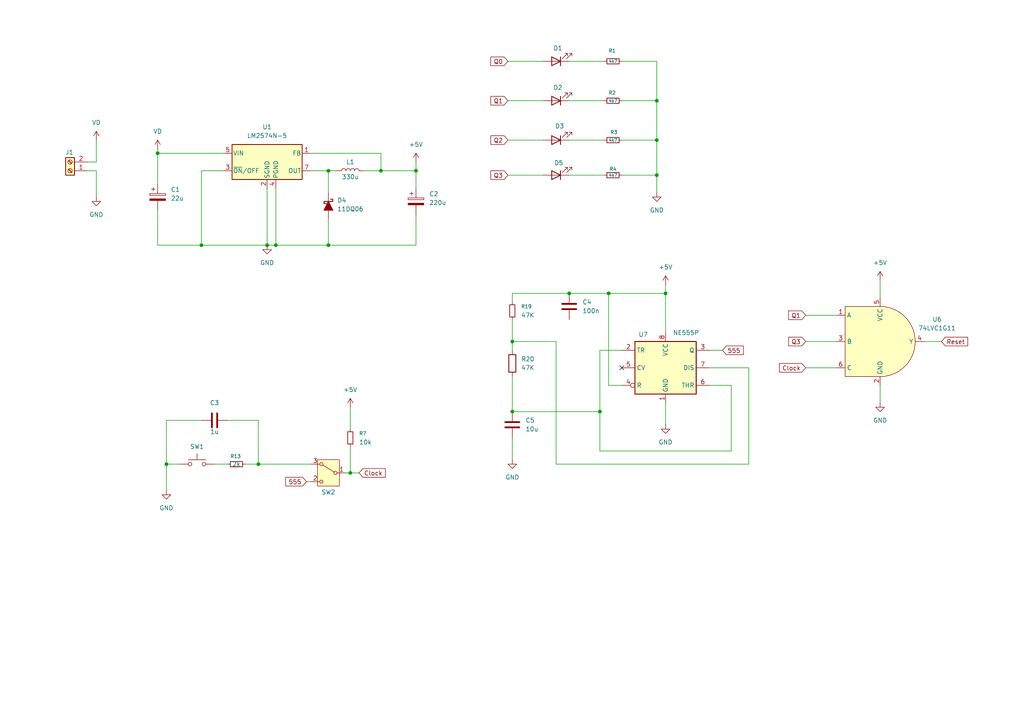
<source format=kicad_sch>
(kicad_sch (version 20250114) (generator "eeschema") (generator_version "9.0")
  (paper "A4")
  (title_block (title "BCD brojač") (date "2025-10-21") (rev "0") (company "TVZ - Tehničko veleučilište u Zagrebu") (comment 1 "Izradio: Adrian Pavlović"))
  (lib_symbols
    (symbol "Connector:Screw_Terminal_01x02" (pin_names (offset 1.016) (hide yes))
      (property "Reference" "J" (at 0 2.54 0))
      (property "Value" "Screw_Terminal_01x02" (at 0 -5.08 0))
      (symbol "Screw_Terminal_01x02_1_1"
        (rectangle (start -1.27 1.27) (end 1.27 -3.81) (stroke (width 0.254)) (fill (type background)))
        (polyline (pts (xy -0.5334 0.3302) (xy 0.3302 -0.508)) (stroke (width 0.1524)))
        (polyline (pts (xy -0.5334 -2.2098) (xy 0.3302 -3.048)) (stroke (width 0.1524)))
        (polyline (pts (xy -0.3556 0.508) (xy 0.508 -0.3302)) (stroke (width 0.1524)))
        (polyline (pts (xy -0.3556 -2.032) (xy 0.508 -2.8702)) (stroke (width 0.1524)))
        (circle (center 0 0) (radius 0.635) (stroke (width 0.1524)))
        (circle (center 0 -2.54) (radius 0.635) (stroke (width 0.1524)))
        (pin passive line (at -5.08 0 0) (length 3.81) (name "Pin_1") (number "1"))
        (pin passive line (at -5.08 -2.54 0) (length 3.81) (name "Pin_2") (number "2"))
      )
    )
    (symbol "Device:C" (pin_numbers (hide yes)) (pin_names (offset 0.254))
      (property "Reference" "C" (at 0.635 2.54 0))
      (property "Value" "C" (at 0.635 -2.54 0))
      (symbol "C_0_1"
        (polyline (pts (xy -2.032 0.762) (xy 2.032 0.762)) (stroke (width 0.508)))
        (polyline (pts (xy -2.032 -0.762) (xy 2.032 -0.762)) (stroke (width 0.508)))
      )
      (symbol "C_1_1"
        (pin passive line (at 0 3.81 270) (length 2.794) (name "~") (number "1"))
        (pin passive line (at 0 -3.81 90) (length 2.794) (name "~") (number "2"))
      )
    )
    (symbol "Device:C_Polarized" (pin_numbers (hide yes)) (pin_names (offset 0.254))
      (property "Reference" "C" (at 0.635 2.54 0))
      (property "Value" "C_Polarized" (at 0.635 -2.54 0))
      (symbol "C_Polarized_0_1"
        (rectangle (start -2.286 0.508) (end 2.286 1.016))
        (polyline (pts (xy -1.778 2.286) (xy -0.762 2.286)))
        (polyline (pts (xy -1.27 2.794) (xy -1.27 1.778)))
        (rectangle (start 2.286 -0.508) (end -2.286 -1.016) (fill (type outline)))
      )
      (symbol "C_Polarized_1_1"
        (pin passive line (at 0 3.81 270) (length 2.794) (name "~") (number "1"))
        (pin passive line (at 0 -3.81 90) (length 2.794) (name "~") (number "2"))
      )
    )
    (symbol "Device:D_Schottky_Filled" (pin_numbers (hide yes)) (pin_names (offset 1.016) (hide yes))
      (property "Reference" "D" (at 0 2.54 0))
      (property "Value" "D_Schottky_Filled" (at 0 -2.54 0))
      (symbol "D_Schottky_Filled_0_1"
        (polyline (pts (xy -1.905 0.635) (xy -1.905 1.27) (xy -1.27 1.27) (xy -1.27 -1.27) (xy -0.635 -1.27) (xy -0.635 -0.635)) (stroke (width 0.254)))
        (polyline (pts (xy 1.27 1.27) (xy 1.27 -1.27) (xy -1.27 0) (xy 1.27 1.27)) (stroke (width 0.254)) (fill (type outline)))
        (polyline (pts (xy 1.27 0) (xy -1.27 0)))
      )
      (symbol "D_Schottky_Filled_1_1"
        (pin passive line (at -3.81 0 0) (length 2.54) (name "K") (number "1"))
        (pin passive line (at 3.81 0 180) (length 2.54) (name "A") (number "2"))
      )
    )
    (symbol "Device:L" (pin_numbers (hide yes)) (pin_names (offset 1.016) (hide yes))
      (property "Reference" "L" (at -1.27 0 90))
      (property "Value" "L" (at 1.905 0 90))
      (symbol "L_0_1"
        (arc (start 0 2.54) (mid 0.6323 1.905) (end 0 1.27))
        (arc (start 0 1.27) (mid 0.6323 0.635) (end 0 0))
        (arc (start 0 0) (mid 0.6323 -0.635) (end 0 -1.27))
        (arc (start 0 -1.27) (mid 0.6323 -1.905) (end 0 -2.54))
      )
      (symbol "L_1_1"
        (pin passive line (at 0 3.81 270) (length 1.27) (name "1") (number "1"))
        (pin passive line (at 0 -3.81 90) (length 1.27) (name "2") (number "2"))
      )
    )
    (symbol "Device:LED" (pin_numbers (hide yes)) (pin_names (offset 1.016) (hide yes))
      (property "Reference" "D" (at 0 2.54 0))
      (property "Value" "LED" (at 0 -2.54 0))
      (symbol "LED_0_1"
        (polyline (pts (xy -3.048 -0.762) (xy -4.572 -2.286) (xy -3.81 -2.286) (xy -4.572 -2.286) (xy -4.572 -1.524)))
        (polyline (pts (xy -1.778 -0.762) (xy -3.302 -2.286) (xy -2.54 -2.286) (xy -3.302 -2.286) (xy -3.302 -1.524)))
        (polyline (pts (xy -1.27 0) (xy 1.27 0)))
        (polyline (pts (xy -1.27 -1.27) (xy -1.27 1.27)) (stroke (width 0.254)))
        (polyline (pts (xy 1.27 -1.27) (xy 1.27 1.27) (xy -1.27 0) (xy 1.27 -1.27)) (stroke (width 0.254)))
      )
      (symbol "LED_1_1"
        (pin passive line (at -3.81 0 0) (length 2.54) (name "K") (number "1"))
        (pin passive line (at 3.81 0 180) (length 2.54) (name "A") (number "2"))
      )
    )
    (symbol "Device:R" (pin_numbers (hide yes)) (pin_names (offset 0))
      (property "Reference" "R" (at 2.032 0 90))
      (property "Value" "R" (at 0 0 90))
      (symbol "R_0_1"
        (rectangle (start -1.016 -2.54) (end 1.016 2.54) (stroke (width 0.254)))
      )
      (symbol "R_1_1"
        (pin passive line (at 0 3.81 270) (length 1.27) (name "~") (number "1"))
        (pin passive line (at 0 -3.81 90) (length 1.27) (name "~") (number "2"))
      )
    )
    (symbol "Device:R_Small" (pin_numbers (hide yes)) (pin_names (offset 0.254) (hide yes))
      (property "Reference" "R" (at 0 0 90))
      (property "Value" "R_Small" (at 1.778 0 90))
      (symbol "R_Small_0_1"
        (rectangle (start -0.762 1.778) (end 0.762 -1.778) (stroke (width 0.2032)))
      )
      (symbol "R_Small_1_1"
        (pin passive line (at 0 2.54 270) (length 0.762) (name "~") (number "1"))
        (pin passive line (at 0 -2.54 90) (length 0.762) (name "~") (number "2"))
      )
    )
    (symbol "Regulator_Switching:LM2574N-5" (pin_names (offset 0.254))
      (property "Reference" "U" (at -10.16 6.35 0))
      (property "Value" "LM2574N-5" (at 0 6.35 0))
      (symbol "LM2574N-5_0_1"
        (rectangle (start -10.16 5.08) (end 10.16 -5.08) (stroke (width 0.254)) (fill (type background)))
      )
      (symbol "LM2574N-5_1_1"
        (pin power_in line (at -12.7 2.54 0) (length 2.54) (name "VIN") (number "5"))
        (pin input line (at -12.7 -2.54 0) (length 2.54) (name "~{ON}/OFF") (number "3"))
        (pin no_connect line (at -10.16 0 0) (length 2.54) (hide yes) (name "NC") (number "6"))
        (pin power_in line (at 0 -7.62 90) (length 2.54) (name "SGND") (number "2"))
        (pin power_in line (at 2.54 -7.62 90) (length 2.54) (name "PGND") (number "4"))
        (pin no_connect line (at 10.16 0 180) (length 2.54) (hide yes) (name "NC") (number "8"))
        (pin input line (at 12.7 2.54 180) (length 2.54) (name "FB") (number "1"))
        (pin output line (at 12.7 -2.54 180) (length 2.54) (name "OUT") (number "7"))
      )
    )
    (symbol "SN74LVC1G11:SN74LVC1G11"
      (property "Reference" "U?" (at 7.62 10.16 0))
      (symbol "SN74LVC1G11_1_1"
        (polyline (pts (xy 0 10.16) (xy -10.16 10.16) (xy -10.16 -10.16) (xy 0 -10.16)) (fill (type background)))
        (arc (start 0 10.16) (mid 10.16 0) (end 0 -10.16) (fill (type background)))
        (pin input line (at -12.7 7.62 0) (length 2.54) (name "A") (number "1"))
        (pin input line (at -12.7 0 0) (length 2.54) (name "B") (number "3"))
        (pin input line (at -12.7 -7.62 0) (length 2.54) (name "C") (number "6"))
        (pin power_in line (at 0 12.7 270) (length 2.54) (name "VCC") (number "5"))
        (pin power_out line (at 0 -12.7 90) (length 2.54) (name "GND") (number "2"))
        (pin output line (at 12.7 0 180) (length 2.54) (name "Y") (number "4"))
      )
    )
    (symbol "Switch:SW_Push" (pin_numbers (hide yes)) (pin_names (offset 1.016) (hide yes))
      (property "Reference" "SW" (at 1.27 2.54 0))
      (property "Value" "SW_Push" (at 0 -1.524 0))
      (symbol "SW_Push_0_1"
        (circle (center -2.032 0) (radius 0.508))
        (polyline (pts (xy 0 1.27) (xy 0 3.048)))
        (circle (center 2.032 0) (radius 0.508))
        (polyline (pts (xy 2.54 1.27) (xy -2.54 1.27)))
        (pin passive line (at -5.08 0 0) (length 2.54) (name "1") (number "1"))
        (pin passive line (at 5.08 0 180) (length 2.54) (name "2") (number "2"))
      )
    )
    (symbol "Switch:SW_SPDT_312" (pin_names (offset 1) (hide yes))
      (property "Reference" "SW" (at 0 5.08 0))
      (property "Value" "SW_SPDT_312" (at 0 -5.08 0))
      (symbol "SW_SPDT_312_0_1"
        (circle (center -2.032 0) (radius 0.4572))
        (polyline (pts (xy -1.651 0.254) (xy 1.651 2.286)))
        (circle (center 2.032 2.54) (radius 0.4572))
        (circle (center 2.032 -2.54) (radius 0.4572))
      )
      (symbol "SW_SPDT_312_1_1"
        (rectangle (start -3.175 3.81) (end 3.175 -3.81) (fill (type background)))
        (pin passive line (at -5.08 0 0) (length 2.54) (name "B") (number "1"))
        (pin passive line (at 5.08 2.54 180) (length 2.54) (name "A") (number "3"))
        (pin passive line (at 5.08 -2.54 180) (length 2.54) (name "C") (number "2"))
      )
    )
    (symbol "Timer:NE555P"
      (property "Reference" "U" (at -10.16 8.89 0))
      (property "Value" "NE555P" (at 2.54 8.89 0))
      (symbol "NE555P_0_0"
        (pin power_in line (at 0 10.16 270) (length 2.54) (name "VCC") (number "8"))
        (pin power_in line (at 0 -10.16 90) (length 2.54) (name "GND") (number "1"))
      )
      (symbol "NE555P_0_1"
        (rectangle (start -8.89 -7.62) (end 8.89 7.62) (stroke (width 0.254)) (fill (type background)))
        (rectangle (start -8.89 -7.62) (end 8.89 7.62) (stroke (width 0.254)) (fill (type background)))
      )
      (symbol "NE555P_1_1"
        (pin input line (at -12.7 5.08 0) (length 3.81) (name "TR") (number "2"))
        (pin input line (at -12.7 0 0) (length 3.81) (name "CV") (number "5"))
        (pin input inverted (at -12.7 -5.08 0) (length 3.81) (name "R") (number "4"))
        (pin output line (at 12.7 5.08 180) (length 3.81) (name "Q") (number "3"))
        (pin input line (at 12.7 0 180) (length 3.81) (name "DIS") (number "7"))
        (pin input line (at 12.7 -5.08 180) (length 3.81) (name "THR") (number "6"))
      )
    )
    (symbol "power:+5V" (power) (pin_numbers (hide yes)) (pin_names (offset 0) (hide yes))
      (property "Value" "+5V" (at 0 3.556 0))
      (symbol "+5V_0_1"
        (polyline (pts (xy -0.762 1.27) (xy 0 2.54)))
        (polyline (pts (xy 0 2.54) (xy 0.762 1.27)))
        (polyline (pts (xy 0 0) (xy 0 2.54)))
      )
      (symbol "+5V_1_1"
        (pin power_in line (at 0 0 90) (length 0) (name "~") (number "1"))
      )
    )
    (symbol "power:GND" (power) (pin_numbers (hide yes)) (pin_names (offset 0) (hide yes))
      (property "Value" "GND" (at 0 -3.81 0))
      (symbol "GND_0_1"
        (polyline (pts (xy 0 0) (xy 0 -1.27) (xy 1.27 -1.27) (xy 0 -2.54) (xy -1.27 -1.27) (xy 0 -1.27)))
      )
      (symbol "GND_1_1"
        (pin power_in line (at 0 0 270) (length 0) (name "~") (number "1"))
      )
    )
    (symbol "power:VD" (power) (pin_numbers (hide yes)) (pin_names (offset 0) (hide yes))
      (property "Value" "VD" (at 0 3.556 0))
      (symbol "VD_0_1"
        (polyline (pts (xy -0.762 1.27) (xy 0 2.54)))
        (polyline (pts (xy 0 2.54) (xy 0.762 1.27)))
        (polyline (pts (xy 0 0) (xy 0 2.54)))
      )
      (symbol "VD_1_1"
        (pin power_in line (at 0 0 90) (length 0) (name "~") (number "1"))
      )
    )
  )
  (junction (at 173.99 119.38))
  (junction (at 101.6 137.16))
  (junction (at 193.04 85.09))
  (junction (at 190.5 40.64))
  (junction (at 176.53 85.09))
  (junction (at 95.25 71.12))
  (junction (at 95.25 49.53))
  (junction (at 48.26 134.62))
  (junction (at 148.59 99.06))
  (junction (at 165.1 85.09))
  (junction (at 45.72 44.45))
  (junction (at 77.47 71.12))
  (junction (at 190.5 29.21))
  (junction (at 148.59 119.38))
  (junction (at 80.01 71.12))
  (junction (at 58.42 71.12))
  (junction (at 190.5 50.8))
  (junction (at 110.49 49.53))
  (junction (at 74.93 134.62))
  (junction (at 120.65 49.53))
  (no_connect (at 180.34 106.68))
  (wire (pts (xy 147.32 40.64) (xy 157.48 40.64)))
  (wire (pts (xy 58.42 49.53) (xy 64.77 49.53)))
  (wire (pts (xy 205.74 106.68) (xy 217.17 106.68)))
  (wire (pts (xy 193.04 85.09) (xy 193.04 96.52)))
  (wire (pts (xy 45.72 44.45) (xy 45.72 53.34)))
  (wire (pts (xy 255.27 81.28) (xy 255.27 86.36)))
  (wire (pts (xy 176.53 85.09) (xy 193.04 85.09)))
  (wire (pts (xy 148.59 92.71) (xy 148.59 99.06)))
  (wire (pts (xy 120.65 49.53) (xy 120.65 54.61)))
  (wire (pts (xy 80.01 54.61) (xy 80.01 71.12)))
  (wire (pts (xy 90.17 49.53) (xy 95.25 49.53)))
  (wire (pts (xy 190.5 50.8) (xy 190.5 55.88)))
  (wire (pts (xy 101.6 137.16) (xy 104.14 137.16)))
  (wire (pts (xy 205.74 111.76) (xy 212.09 111.76)))
  (wire (pts (xy 27.94 49.53) (xy 25.4 49.53)))
  (wire (pts (xy 173.99 101.6) (xy 180.34 101.6)))
  (wire (pts (xy 74.93 121.92) (xy 74.93 134.62)))
  (wire (pts (xy 147.32 29.21) (xy 157.48 29.21)))
  (wire (pts (xy 173.99 119.38) (xy 173.99 101.6)))
  (wire (pts (xy 148.59 87.63) (xy 148.59 85.09)))
  (wire (pts (xy 190.5 40.64) (xy 190.5 50.8)))
  (wire (pts (xy 120.65 46.99) (xy 120.65 49.53)))
  (wire (pts (xy 267.97 99.06) (xy 273.05 99.06)))
  (wire (pts (xy 161.29 99.06) (xy 161.29 134.62)))
  (wire (pts (xy 255.27 111.76) (xy 255.27 116.84)))
  (wire (pts (xy 148.59 127) (xy 148.59 133.35)))
  (wire (pts (xy 180.34 50.8) (xy 190.5 50.8)))
  (wire (pts (xy 101.6 118.11) (xy 101.6 124.46)))
  (wire (pts (xy 120.65 62.23) (xy 120.65 71.12)))
  (wire (pts (xy 147.32 17.78) (xy 157.48 17.78)))
  (wire (pts (xy 148.59 119.38) (xy 173.99 119.38)))
  (wire (pts (xy 101.6 129.54) (xy 101.6 137.16)))
  (wire (pts (xy 233.68 106.68) (xy 242.57 106.68)))
  (wire (pts (xy 148.59 99.06) (xy 148.59 101.6)))
  (wire (pts (xy 27.94 57.15) (xy 27.94 49.53)))
  (wire (pts (xy 95.25 49.53) (xy 97.79 49.53)))
  (wire (pts (xy 190.5 17.78) (xy 190.5 29.21)))
  (wire (pts (xy 165.1 29.21) (xy 175.26 29.21)))
  (wire (pts (xy 110.49 44.45) (xy 110.49 49.53)))
  (wire (pts (xy 58.42 121.92) (xy 48.26 121.92)))
  (wire (pts (xy 190.5 29.21) (xy 190.5 40.64)))
  (wire (pts (xy 71.12 134.62) (xy 74.93 134.62)))
  (wire (pts (xy 180.34 40.64) (xy 190.5 40.64)))
  (wire (pts (xy 110.49 49.53) (xy 105.41 49.53)))
  (wire (pts (xy 180.34 17.78) (xy 190.5 17.78)))
  (wire (pts (xy 77.47 54.61) (xy 77.47 71.12)))
  (wire (pts (xy 48.26 142.24) (xy 48.26 134.62)))
  (wire (pts (xy 62.23 134.62) (xy 66.04 134.62)))
  (wire (pts (xy 88.9 139.7) (xy 90.17 139.7)))
  (wire (pts (xy 233.68 99.06) (xy 242.57 99.06)))
  (wire (pts (xy 58.42 71.12) (xy 45.72 71.12)))
  (wire (pts (xy 45.72 60.96) (xy 45.72 71.12)))
  (wire (pts (xy 95.25 71.12) (xy 80.01 71.12)))
  (wire (pts (xy 173.99 130.81) (xy 173.99 119.38)))
  (wire (pts (xy 27.94 40.64) (xy 27.94 46.99)))
  (wire (pts (xy 95.25 71.12) (xy 120.65 71.12)))
  (wire (pts (xy 95.25 49.53) (xy 95.25 55.88)))
  (wire (pts (xy 217.17 134.62) (xy 217.17 106.68)))
  (wire (pts (xy 148.59 109.22) (xy 148.59 119.38)))
  (wire (pts (xy 165.1 40.64) (xy 175.26 40.64)))
  (wire (pts (xy 165.1 17.78) (xy 175.26 17.78)))
  (wire (pts (xy 165.1 50.8) (xy 175.26 50.8)))
  (wire (pts (xy 148.59 99.06) (xy 161.29 99.06)))
  (wire (pts (xy 161.29 134.62) (xy 217.17 134.62)))
  (wire (pts (xy 66.04 121.92) (xy 74.93 121.92)))
  (wire (pts (xy 90.17 44.45) (xy 110.49 44.45)))
  (wire (pts (xy 48.26 121.92) (xy 48.26 134.62)))
  (wire (pts (xy 193.04 82.55) (xy 193.04 85.09)))
  (wire (pts (xy 205.74 101.6) (xy 209.55 101.6)))
  (wire (pts (xy 212.09 111.76) (xy 212.09 130.81)))
  (wire (pts (xy 180.34 29.21) (xy 190.5 29.21)))
  (wire (pts (xy 147.32 50.8) (xy 157.48 50.8)))
  (wire (pts (xy 48.26 134.62) (xy 52.07 134.62)))
  (wire (pts (xy 45.72 44.45) (xy 45.72 43.18)))
  (wire (pts (xy 193.04 116.84) (xy 193.04 123.19)))
  (wire (pts (xy 58.42 71.12) (xy 77.47 71.12)))
  (wire (pts (xy 165.1 85.09) (xy 176.53 85.09)))
  (wire (pts (xy 95.25 63.5) (xy 95.25 71.12)))
  (wire (pts (xy 74.93 134.62) (xy 90.17 134.62)))
  (wire (pts (xy 212.09 130.81) (xy 173.99 130.81)))
  (wire (pts (xy 180.34 111.76) (xy 176.53 111.76)))
  (wire (pts (xy 120.65 49.53) (xy 110.49 49.53)))
  (wire (pts (xy 100.33 137.16) (xy 101.6 137.16)))
  (wire (pts (xy 77.47 71.12) (xy 80.01 71.12)))
  (wire (pts (xy 64.77 44.45) (xy 45.72 44.45)))
  (wire (pts (xy 27.94 46.99) (xy 25.4 46.99)))
  (wire (pts (xy 148.59 85.09) (xy 165.1 85.09)))
  (wire (pts (xy 176.53 85.09) (xy 176.53 111.76)))
  (wire (pts (xy 233.68 91.44) (xy 242.57 91.44)))
  (wire (pts (xy 58.42 71.12) (xy 58.42 49.53)))
  (global_label "Clock" (shape input) (at 233.68 106.68 180) (property "Intersheetrefs" "${INTERSHEET_REFS}" (effects (hide yes))))
  (global_label "Q0" (shape input) (at 147.32 17.78 180) (property "Intersheetrefs" "${INTERSHEET_REFS}" (effects (hide yes))))
  (global_label "Q3" (shape input) (at 147.32 50.8 180) (property "Intersheetrefs" "${INTERSHEET_REFS}" (effects (hide yes))))
  (global_label "555" (shape input) (at 88.9 139.7 180) (property "Intersheetrefs" "${INTERSHEET_REFS}" (effects (hide yes))))
  (global_label "Clock" (shape input) (at 104.14 137.16 0) (property "Intersheetrefs" "${INTERSHEET_REFS}" (effects (hide yes))))
  (global_label "555" (shape input) (at 209.55 101.6 0) (property "Intersheetrefs" "${INTERSHEET_REFS}" (effects (hide yes))))
  (global_label "Q3" (shape input) (at 233.68 99.06 180) (property "Intersheetrefs" "${INTERSHEET_REFS}" (effects (hide yes))))
  (global_label "Q1" (shape input) (at 233.68 91.44 180) (property "Intersheetrefs" "${INTERSHEET_REFS}" (effects (hide yes))))
  (global_label "Q1" (shape input) (at 147.32 29.21 180) (property "Intersheetrefs" "${INTERSHEET_REFS}" (effects (hide yes))))
  (global_label "Q2" (shape input) (at 147.32 40.64 180) (property "Intersheetrefs" "${INTERSHEET_REFS}" (effects (hide yes))))
  (global_label "Reset" (shape input) (at 273.05 99.06 0) (property "Intersheetrefs" "${INTERSHEET_REFS}" (effects (hide yes))))
  (symbol (lib_id "Device:R_Small") (at 177.8 50.8 90) (unit 1)
    (property "Reference" "R4" (at 177.8 49.022 90) (effects (font (size 1.016 1.016))))
    (property "Value" "4k7" (at 177.8 50.8 90) (effects (font (size 0.889 0.889))))
    (property "Description" "Resistor, small symbol" (effects (hide yes)))
  )
  (symbol (lib_id "Timer:NE555P") (at 193.04 106.68 0) (unit 1)
    (property "Reference" "U7" (at 185.166 97.028 0) (effects (justify left)))
    (property "Value" "NE555P" (at 195.1833 96.52 0) (effects (justify left)))
    (property "Footprint" "Package_DIP:DIP-8_W7.62mm" (effects (hide yes)))
    (property "Datasheet" "http://www.ti.com/lit/ds/symlink/ne555.pdf" (effects (hide yes)))
    (property "Description" "Precision Timers, 555 compatible,  PDIP-8" (effects (hide yes)))
  )
  (symbol (lib_id "power:+5V") (at 120.65 46.99 0) (unit 1)
    (property "Reference" "#PWR06" (effects (hide yes)))
    (property "Value" "+5V" (at 120.65 41.91 0))
    (property "Description" "Power symbol creates a global label with name \"+5V\"" (effects (hide yes)))
  )
  (symbol (lib_id "Device:LED") (at 161.29 17.78 180) (unit 1)
    (property "Reference" "D1" (at 161.798 13.97 0))
    (property "Value" "LED" (effects (hide yes)))
    (property "Description" "Light emitting diode" (effects (hide yes)))
    (property "Sim.Pins" "1=K 2=A" (effects (hide yes)))
  )
  (symbol (lib_id "Device:C") (at 165.1 88.9 0) (unit 1)
    (property "Reference" "C4" (at 168.91 87.6299 0) (effects (justify left)))
    (property "Value" "100n" (at 168.91 90.1699 0) (effects (justify left)))
    (property "Description" "Unpolarized capacitor" (effects (hide yes)))
  )
  (symbol (lib_id "Device:R_Small") (at 177.8 29.21 90) (unit 1)
    (property "Reference" "R2" (at 177.546 26.924 90) (effects (font (size 1.016 1.016))))
    (property "Value" "4k7" (at 177.8 29.21 90) (effects (font (size 0.889 0.889))))
    (property "Description" "Resistor, small symbol" (effects (hide yes)))
  )
  (symbol (lib_id "Switch:SW_SPDT_312") (at 95.25 137.16 0) (mirror y) (unit 1)
    (property "Reference" "SW2" (at 95.25 142.748 0))
    (property "Value" "SW_SPDT_312" (effects (hide yes)))
    (property "Description" "Switch, single pole double throw" (effects (hide yes)))
  )
  (symbol (lib_id "power:+5V") (at 101.6 118.11 0) (unit 1)
    (property "Reference" "#PWR014" (effects (hide yes)))
    (property "Value" "+5V" (at 101.6 113.03 0))
    (property "Description" "Power symbol creates a global label with name \"+5V\"" (effects (hide yes)))
  )
  (symbol (lib_id "Regulator_Switching:LM2574N-5") (at 77.47 46.99 0) (unit 1)
    (property "Reference" "U1" (at 77.47 36.83 0))
    (property "Value" "LM2574N-5" (at 77.47 39.37 0))
    (property "Footprint" "Package_DIP:DIP-8_W7.62mm" (effects (hide yes)))
    (property "Datasheet" "http://www.national.com/ds/LM/LM2574.pdf" (effects (hide yes)))
    (property "Description" "5V, 0.5A SIMPLE SWITCHER® Step-Down Voltage Regulator, DIP-8" (effects (hide yes)))
  )
  (symbol (lib_id "Device:R_Small") (at 148.59 90.17 0) (unit 1)
    (property "Reference" "R19" (at 151.13 88.8999 0) (effects (font (size 1.016 1.016)) (justify left)))
    (property "Value" "47K" (at 151.13 91.4399 0) (effects (justify left)))
    (property "Description" "Resistor, small symbol" (effects (hide yes)))
  )
  (symbol (lib_id "power:GND") (at 148.59 133.35 0) (unit 1)
    (property "Reference" "#PWR03" (effects (hide yes)))
    (property "Value" "GND" (at 148.59 138.43 0))
    (property "Description" "Power symbol creates a global label with name \"GND\" , ground" (effects (hide yes)))
  )
  (symbol (lib_id "Device:LED") (at 161.29 50.8 180) (unit 1)
    (property "Reference" "D5" (at 162.052 47.244 0))
    (property "Value" "LED" (effects (hide yes)))
    (property "Description" "Light emitting diode" (effects (hide yes)))
    (property "Sim.Pins" "1=K 2=A" (effects (hide yes)))
  )
  (symbol (lib_id "power:GND") (at 193.04 123.19 0) (unit 1)
    (property "Reference" "#PWR01" (effects (hide yes)))
    (property "Value" "GND" (at 193.04 128.27 0))
    (property "Description" "Power symbol creates a global label with name \"GND\" , ground" (effects (hide yes)))
  )
  (symbol (lib_id "Device:LED") (at 161.29 29.21 180) (unit 1)
    (property "Reference" "D2" (at 161.798 25.4 0))
    (property "Value" "LED" (effects (hide yes)))
    (property "Description" "Light emitting diode" (effects (hide yes)))
    (property "Sim.Pins" "1=K 2=A" (effects (hide yes)))
  )
  (symbol (lib_id "Device:LED") (at 161.29 40.64 180) (unit 1)
    (property "Reference" "D3" (at 162.306 36.576 0))
    (property "Value" "LED" (effects (hide yes)))
    (property "Description" "Light emitting diode" (effects (hide yes)))
    (property "Sim.Pins" "1=K 2=A" (effects (hide yes)))
  )
  (symbol (lib_id "power:GND") (at 190.5 55.88 0) (unit 1)
    (property "Reference" "#PWR011" (effects (hide yes)))
    (property "Value" "GND" (at 190.5 60.96 0))
    (property "Description" "Power symbol creates a global label with name \"GND\" , ground" (effects (hide yes)))
  )
  (symbol (lib_id "Device:C") (at 148.59 123.19 0) (unit 1)
    (property "Reference" "C5" (at 152.4 121.9199 0) (effects (justify left)))
    (property "Value" "10u" (at 152.4 124.4599 0) (effects (justify left)))
    (property "Description" "Unpolarized capacitor" (effects (hide yes)))
  )
  (symbol (lib_id "Device:R_Small") (at 101.6 127 0) (unit 1)
    (property "Reference" "R7" (at 104.14 125.7299 0) (effects (font (size 1.016 1.016)) (justify left)))
    (property "Value" "10k" (at 104.14 128.2699 0) (effects (justify left)))
    (property "Description" "Resistor, small symbol" (effects (hide yes)))
  )
  (symbol (lib_id "Device:C_Polarized") (at 120.65 58.42 0) (unit 1)
    (property "Reference" "C2" (at 124.46 56.2609 0) (effects (justify left)))
    (property "Value" "220u" (at 124.46 58.8009 0) (effects (justify left)))
    (property "Description" "Polarized capacitor" (effects (hide yes)))
  )
  (symbol (lib_id "Device:R_Small") (at 177.8 40.64 90) (unit 1)
    (property "Reference" "R3" (at 178.054 38.354 90) (effects (font (size 1.016 1.016))))
    (property "Value" "4k7" (at 177.8 40.64 90) (effects (font (size 0.889 0.889))))
    (property "Description" "Resistor, small symbol" (effects (hide yes)))
  )
  (symbol (lib_id "Device:R") (at 148.59 105.41 0) (unit 1)
    (property "Reference" "R20" (at 151.13 104.1399 0) (effects (justify left)))
    (property "Value" "47K" (at 151.13 106.6799 0) (effects (justify left)))
    (property "Description" "Resistor" (effects (hide yes)))
  )
  (symbol (lib_id "power:VD") (at 27.94 40.64 0) (unit 1)
    (property "Reference" "#PWR08" (effects (hide yes)))
    (property "Value" "VD" (at 27.94 35.56 0))
    (property "Description" "Power symbol creates a global label with name \"VD\"" (effects (hide yes)))
  )
  (symbol (lib_id "power:VD") (at 45.72 43.18 0) (unit 1)
    (property "Reference" "#PWR09" (effects (hide yes)))
    (property "Value" "VD" (at 45.72 38.1 0))
    (property "Description" "Power symbol creates a global label with name \"VD\"" (effects (hide yes)))
  )
  (symbol (lib_id "power:GND") (at 255.27 116.84 0) (unit 1)
    (property "Reference" "#PWR012" (effects (hide yes)))
    (property "Value" "GND" (at 255.27 121.92 0))
    (property "Description" "Power symbol creates a global label with name \"GND\" , ground" (effects (hide yes)))
  )
  (symbol (lib_id "Device:L") (at 101.6 49.53 90) (unit 1)
    (property "Reference" "L1" (at 101.6 46.99 90))
    (property "Value" "330u" (at 101.6 51.308 90))
    (property "Description" "Inductor" (effects (hide yes)))
  )
  (symbol (lib_id "power:+5V") (at 193.04 82.55 0) (unit 1)
    (property "Reference" "#PWR02" (effects (hide yes)))
    (property "Value" "+5V" (at 193.04 77.47 0))
    (property "Description" "Power symbol creates a global label with name \"+5V\"" (effects (hide yes)))
  )
  (symbol (lib_id "power:GND") (at 48.26 142.24 0) (unit 1)
    (property "Reference" "#PWR04" (effects (hide yes)))
    (property "Value" "GND" (at 48.26 147.32 0))
    (property "Description" "Power symbol creates a global label with name \"GND\" , ground" (effects (hide yes)))
  )
  (symbol (lib_id "Device:C") (at 62.23 121.92 90) (unit 1)
    (property "Reference" "C3" (at 62.23 116.84 90))
    (property "Value" "1u" (at 62.23 125.222 90))
    (property "Description" "Unpolarized capacitor" (effects (hide yes)))
  )
  (symbol (lib_id "Switch:SW_Push") (at 57.15 134.62 0) (unit 1)
    (property "Reference" "SW1" (at 57.15 129.54 0))
    (property "Value" "SW_Push" (effects (hide yes)))
    (property "Description" "Push button switch, generic, two pins" (effects (hide yes)))
  )
  (symbol (lib_id "power:GND") (at 27.94 57.15 0) (unit 1)
    (property "Reference" "#PWR07" (effects (hide yes)))
    (property "Value" "GND" (at 27.94 62.23 0))
    (property "Description" "Power symbol creates a global label with name \"GND\" , ground" (effects (hide yes)))
  )
  (symbol (lib_id "Connector:Screw_Terminal_01x02") (at 20.32 49.53 180) (unit 1)
    (property "Reference" "J1" (at 21.336 44.196 0) (effects (justify left)))
    (property "Value" "Screw_Terminal_01x02" (effects (hide yes)))
    (property "Description" "Generic screw terminal, single row, 01x02, script generated (kicad-library-utils/schlib/autogen/connector/)" (effects (hide yes)))
  )
  (symbol (lib_id "Device:R_Small") (at 177.8 17.78 90) (unit 1)
    (property "Reference" "R1" (at 177.546 14.732 90) (effects (font (size 1.016 1.016))))
    (property "Value" "4k7" (at 177.8 17.78 90) (effects (font (size 0.889 0.889))))
    (property "Description" "Resistor, small symbol" (effects (hide yes)))
  )
  (symbol (lib_id "Device:R_Small") (at 68.58 134.62 90) (unit 1)
    (property "Reference" "R13" (at 68.326 132.334 90) (effects (font (size 1.016 1.016))))
    (property "Value" "2k" (at 68.58 134.62 90))
    (property "Description" "Resistor, small symbol" (effects (hide yes)))
  )
  (symbol (lib_id "power:+5V") (at 255.27 81.28 0) (unit 1)
    (property "Reference" "#PWR013" (effects (hide yes)))
    (property "Value" "+5V" (at 255.27 76.2 0))
    (property "Description" "Power symbol creates a global label with name \"+5V\"" (effects (hide yes)))
  )
  (symbol (lib_id "Device:D_Schottky_Filled") (at 95.25 59.69 270) (unit 1)
    (property "Reference" "D4" (at 97.79 58.1024 90) (effects (justify left)))
    (property "Value" "11DQ06" (at 97.79 60.6424 90) (effects (justify left)))
    (property "Description" "Schottky diode, filled shape" (effects (hide yes)))
  )
  (symbol (lib_id "SN74LVC1G11:SN74LVC1G11") (at 255.27 99.06 0) (unit 1)
    (property "Reference" "U6" (at 271.78 92.6398 0))
    (property "Value" "74LVC1G11" (at 271.78 95.1798 0))
    (property "Footprint" "SOT-23-6:SOT-23-6" (effects (hide yes)))
  )
  (symbol (lib_id "Device:C_Polarized") (at 45.72 57.15 0) (unit 1)
    (property "Reference" "C1" (at 49.53 54.9909 0) (effects (justify left)))
    (property "Value" "22u" (at 49.53 57.5309 0) (effects (justify left)))
    (property "Description" "Polarized capacitor" (effects (hide yes)))
  )
  (symbol (lib_id "power:GND") (at 77.47 71.12 0) (unit 1)
    (property "Reference" "#PWR010" (effects (hide yes)))
    (property "Value" "GND" (at 77.47 76.2 0))
    (property "Description" "Power symbol creates a global label with name \"GND\" , ground" (effects (hide yes)))
  )
)
</source>
